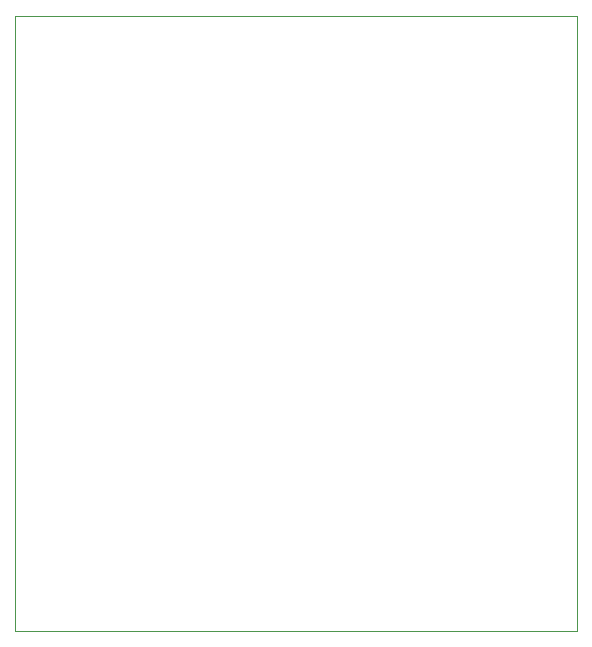
<source format=gbr>
G04 #@! TF.GenerationSoftware,KiCad,Pcbnew,(5.1.4)-1*
G04 #@! TF.CreationDate,2019-10-16T18:51:52+02:00*
G04 #@! TF.ProjectId,HB-RF-USB,48422d52-462d-4555-9342-2e6b69636164,rev?*
G04 #@! TF.SameCoordinates,Original*
G04 #@! TF.FileFunction,Profile,NP*
%FSLAX46Y46*%
G04 Gerber Fmt 4.6, Leading zero omitted, Abs format (unit mm)*
G04 Created by KiCad (PCBNEW (5.1.4)-1) date 2019-10-16 18:51:52*
%MOMM*%
%LPD*%
G04 APERTURE LIST*
%ADD10C,0.100000*%
G04 APERTURE END LIST*
D10*
X78740000Y-102870000D02*
X78740000Y-50800000D01*
X31115000Y-102870000D02*
X78740000Y-102870000D01*
X31115000Y-50800000D02*
X31115000Y-102870000D01*
X78740000Y-50800000D02*
X31115000Y-50800000D01*
M02*

</source>
